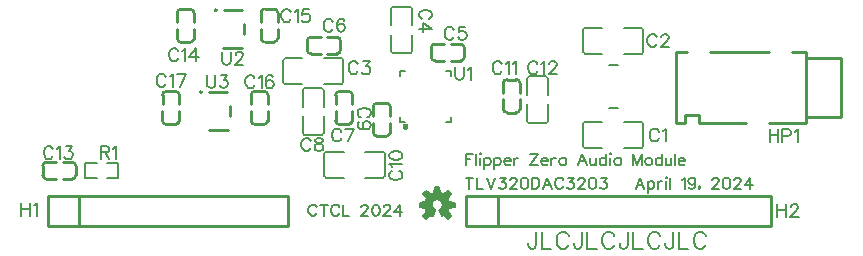
<source format=gto>
G04 Layer: TopSilkscreenLayer*
G04 EasyEDA v6.5.42, 2024-04-19 21:15:47*
G04 b74b0dd8b7a74548b8b14c9367106a0f,9fa9616398974da3a60ce9969dc7753a,10*
G04 Gerber Generator version 0.2*
G04 Scale: 100 percent, Rotated: No, Reflected: No *
G04 Dimensions in millimeters *
G04 leading zeros omitted , absolute positions ,4 integer and 5 decimal *
%FSLAX45Y45*%
%MOMM*%

%ADD10C,0.2032*%
%ADD11C,0.1524*%
%ADD12C,0.1501*%
%ADD13C,0.2540*%
%ADD14C,0.1520*%
%ADD15C,0.2000*%
%ADD16C,0.0141*%

%LPD*%
D10*
X3849877Y870965D02*
G01*
X3849877Y775462D01*
X3849877Y870965D02*
G01*
X3909059Y870965D01*
X3849877Y825500D02*
G01*
X3886454Y825500D01*
X3939031Y870965D02*
G01*
X3939031Y775462D01*
X3969004Y870965D02*
G01*
X3973575Y866394D01*
X3978147Y870965D01*
X3973575Y875537D01*
X3969004Y870965D01*
X3973575Y839215D02*
G01*
X3973575Y775462D01*
X4008120Y839215D02*
G01*
X4008120Y743712D01*
X4008120Y825500D02*
G01*
X4017263Y834644D01*
X4026408Y839215D01*
X4039870Y839215D01*
X4049013Y834644D01*
X4058158Y825500D01*
X4062729Y811784D01*
X4062729Y802639D01*
X4058158Y789178D01*
X4049013Y780034D01*
X4039870Y775462D01*
X4026408Y775462D01*
X4017263Y780034D01*
X4008120Y789178D01*
X4092702Y839215D02*
G01*
X4092702Y743712D01*
X4092702Y825500D02*
G01*
X4101845Y834644D01*
X4110990Y839215D01*
X4124452Y839215D01*
X4133595Y834644D01*
X4142740Y825500D01*
X4147311Y811784D01*
X4147311Y802639D01*
X4142740Y789178D01*
X4133595Y780034D01*
X4124452Y775462D01*
X4110990Y775462D01*
X4101845Y780034D01*
X4092702Y789178D01*
X4177284Y811784D02*
G01*
X4231893Y811784D01*
X4231893Y820928D01*
X4227322Y830071D01*
X4222750Y834644D01*
X4213606Y839215D01*
X4199890Y839215D01*
X4191000Y834644D01*
X4181856Y825500D01*
X4177284Y811784D01*
X4177284Y802639D01*
X4181856Y789178D01*
X4191000Y780034D01*
X4199890Y775462D01*
X4213606Y775462D01*
X4222750Y780034D01*
X4231893Y789178D01*
X4261865Y839215D02*
G01*
X4261865Y775462D01*
X4261865Y811784D02*
G01*
X4266438Y825500D01*
X4275327Y834644D01*
X4284472Y839215D01*
X4298188Y839215D01*
X4461763Y870965D02*
G01*
X4398263Y775462D01*
X4398263Y870965D02*
G01*
X4461763Y870965D01*
X4398263Y775462D02*
G01*
X4461763Y775462D01*
X4491736Y811784D02*
G01*
X4546345Y811784D01*
X4546345Y820928D01*
X4541774Y830071D01*
X4537202Y834644D01*
X4528058Y839215D01*
X4514595Y839215D01*
X4505452Y834644D01*
X4496308Y825500D01*
X4491736Y811784D01*
X4491736Y802639D01*
X4496308Y789178D01*
X4505452Y780034D01*
X4514595Y775462D01*
X4528058Y775462D01*
X4537202Y780034D01*
X4546345Y789178D01*
X4576318Y839215D02*
G01*
X4576318Y775462D01*
X4576318Y811784D02*
G01*
X4580890Y825500D01*
X4590034Y834644D01*
X4599177Y839215D01*
X4612640Y839215D01*
X4665472Y839215D02*
G01*
X4656327Y834644D01*
X4647184Y825500D01*
X4642611Y811784D01*
X4642611Y802639D01*
X4647184Y789178D01*
X4656327Y780034D01*
X4665472Y775462D01*
X4679188Y775462D01*
X4688077Y780034D01*
X4697222Y789178D01*
X4701793Y802639D01*
X4701793Y811784D01*
X4697222Y825500D01*
X4688077Y834644D01*
X4679188Y839215D01*
X4665472Y839215D01*
X4838191Y870965D02*
G01*
X4801870Y775462D01*
X4838191Y870965D02*
G01*
X4874513Y775462D01*
X4815331Y807212D02*
G01*
X4860797Y807212D01*
X4904486Y839215D02*
G01*
X4904486Y793750D01*
X4909058Y780034D01*
X4918202Y775462D01*
X4931918Y775462D01*
X4940808Y780034D01*
X4954524Y793750D01*
X4954524Y839215D02*
G01*
X4954524Y775462D01*
X5039106Y870965D02*
G01*
X5039106Y775462D01*
X5039106Y825500D02*
G01*
X5029961Y834644D01*
X5020818Y839215D01*
X5007356Y839215D01*
X4998211Y834644D01*
X4989068Y825500D01*
X4984495Y811784D01*
X4984495Y802639D01*
X4989068Y789178D01*
X4998211Y780034D01*
X5007356Y775462D01*
X5020818Y775462D01*
X5029961Y780034D01*
X5039106Y789178D01*
X5069077Y870965D02*
G01*
X5073650Y866394D01*
X5078222Y870965D01*
X5073650Y875537D01*
X5069077Y870965D01*
X5073650Y839215D02*
G01*
X5073650Y775462D01*
X5130800Y839215D02*
G01*
X5121909Y834644D01*
X5112765Y825500D01*
X5108193Y811784D01*
X5108193Y802639D01*
X5112765Y789178D01*
X5121909Y780034D01*
X5130800Y775462D01*
X5144515Y775462D01*
X5153659Y780034D01*
X5162804Y789178D01*
X5167375Y802639D01*
X5167375Y811784D01*
X5162804Y825500D01*
X5153659Y834644D01*
X5144515Y839215D01*
X5130800Y839215D01*
X5267197Y870965D02*
G01*
X5267197Y775462D01*
X5267197Y870965D02*
G01*
X5303520Y775462D01*
X5340095Y870965D02*
G01*
X5303520Y775462D01*
X5340095Y870965D02*
G01*
X5340095Y775462D01*
X5392674Y839215D02*
G01*
X5383529Y834644D01*
X5374640Y825500D01*
X5370068Y811784D01*
X5370068Y802639D01*
X5374640Y789178D01*
X5383529Y780034D01*
X5392674Y775462D01*
X5406390Y775462D01*
X5415534Y780034D01*
X5424424Y789178D01*
X5428995Y802639D01*
X5428995Y811784D01*
X5424424Y825500D01*
X5415534Y834644D01*
X5406390Y839215D01*
X5392674Y839215D01*
X5513577Y870965D02*
G01*
X5513577Y775462D01*
X5513577Y825500D02*
G01*
X5504434Y834644D01*
X5495543Y839215D01*
X5481827Y839215D01*
X5472684Y834644D01*
X5463540Y825500D01*
X5458968Y811784D01*
X5458968Y802639D01*
X5463540Y789178D01*
X5472684Y780034D01*
X5481827Y775462D01*
X5495543Y775462D01*
X5504434Y780034D01*
X5513577Y789178D01*
X5543550Y839215D02*
G01*
X5543550Y793750D01*
X5548122Y780034D01*
X5557265Y775462D01*
X5570981Y775462D01*
X5579872Y780034D01*
X5593588Y793750D01*
X5593588Y839215D02*
G01*
X5593588Y775462D01*
X5623559Y870965D02*
G01*
X5623559Y775462D01*
X5653531Y811784D02*
G01*
X5708141Y811784D01*
X5708141Y820928D01*
X5703570Y830071D01*
X5698997Y834644D01*
X5690108Y839215D01*
X5676391Y839215D01*
X5667247Y834644D01*
X5658104Y825500D01*
X5653531Y811784D01*
X5653531Y802639D01*
X5658104Y789178D01*
X5667247Y780034D01*
X5676391Y775462D01*
X5690108Y775462D01*
X5698997Y780034D01*
X5708141Y789178D01*
X3881881Y669289D02*
G01*
X3881881Y573786D01*
X3849877Y669289D02*
G01*
X3913631Y669289D01*
X3943604Y669289D02*
G01*
X3943604Y573786D01*
X3943604Y573786D02*
G01*
X3998213Y573786D01*
X4028186Y669289D02*
G01*
X4064508Y573786D01*
X4100829Y669289D02*
G01*
X4064508Y573786D01*
X4139945Y669289D02*
G01*
X4189984Y669289D01*
X4162806Y632968D01*
X4176268Y632968D01*
X4185411Y628395D01*
X4189984Y623823D01*
X4194556Y610107D01*
X4194556Y601218D01*
X4189984Y587502D01*
X4180840Y578357D01*
X4167377Y573786D01*
X4153661Y573786D01*
X4139945Y578357D01*
X4135374Y582929D01*
X4130802Y592073D01*
X4229100Y646684D02*
G01*
X4229100Y651002D01*
X4233672Y660145D01*
X4238243Y664718D01*
X4247388Y669289D01*
X4265422Y669289D01*
X4274565Y664718D01*
X4279138Y660145D01*
X4283709Y651002D01*
X4283709Y642112D01*
X4279138Y632968D01*
X4269993Y619252D01*
X4224527Y573786D01*
X4288281Y573786D01*
X4345431Y669289D02*
G01*
X4331715Y664718D01*
X4322825Y651002D01*
X4318254Y628395D01*
X4318254Y614679D01*
X4322825Y592073D01*
X4331715Y578357D01*
X4345431Y573786D01*
X4354575Y573786D01*
X4368291Y578357D01*
X4377181Y592073D01*
X4381754Y614679D01*
X4381754Y628395D01*
X4377181Y651002D01*
X4368291Y664718D01*
X4354575Y669289D01*
X4345431Y669289D01*
X4411725Y669289D02*
G01*
X4411725Y573786D01*
X4411725Y669289D02*
G01*
X4443729Y669289D01*
X4457191Y664718D01*
X4466336Y655573D01*
X4470908Y646684D01*
X4475479Y632968D01*
X4475479Y610107D01*
X4470908Y596645D01*
X4466336Y587502D01*
X4457191Y578357D01*
X4443729Y573786D01*
X4411725Y573786D01*
X4541774Y669289D02*
G01*
X4505452Y573786D01*
X4541774Y669289D02*
G01*
X4578095Y573786D01*
X4519168Y605789D02*
G01*
X4564634Y605789D01*
X4676393Y646684D02*
G01*
X4671822Y655573D01*
X4662677Y664718D01*
X4653534Y669289D01*
X4635500Y669289D01*
X4626356Y664718D01*
X4617211Y655573D01*
X4612640Y646684D01*
X4608068Y632968D01*
X4608068Y610107D01*
X4612640Y596645D01*
X4617211Y587502D01*
X4626356Y578357D01*
X4635500Y573786D01*
X4653534Y573786D01*
X4662677Y578357D01*
X4671822Y587502D01*
X4676393Y596645D01*
X4715509Y669289D02*
G01*
X4765547Y669289D01*
X4738115Y632968D01*
X4751831Y632968D01*
X4760975Y628395D01*
X4765547Y623823D01*
X4769865Y610107D01*
X4769865Y601218D01*
X4765547Y587502D01*
X4756404Y578357D01*
X4742688Y573786D01*
X4728972Y573786D01*
X4715509Y578357D01*
X4710938Y582929D01*
X4706365Y592073D01*
X4804409Y646684D02*
G01*
X4804409Y651002D01*
X4808981Y660145D01*
X4813554Y664718D01*
X4822697Y669289D01*
X4840986Y669289D01*
X4849875Y664718D01*
X4854447Y660145D01*
X4859020Y651002D01*
X4859020Y642112D01*
X4854447Y632968D01*
X4845558Y619252D01*
X4800091Y573786D01*
X4863591Y573786D01*
X4920995Y669289D02*
G01*
X4907279Y664718D01*
X4898136Y651002D01*
X4893563Y628395D01*
X4893563Y614679D01*
X4898136Y592073D01*
X4907279Y578357D01*
X4920995Y573786D01*
X4929886Y573786D01*
X4943602Y578357D01*
X4952745Y592073D01*
X4957318Y614679D01*
X4957318Y628395D01*
X4952745Y651002D01*
X4943602Y664718D01*
X4929886Y669289D01*
X4920995Y669289D01*
X4996434Y669289D02*
G01*
X5046472Y669289D01*
X5019040Y632968D01*
X5032756Y632968D01*
X5041900Y628395D01*
X5046472Y623823D01*
X5050790Y610107D01*
X5050790Y601218D01*
X5046472Y587502D01*
X5037327Y578357D01*
X5023611Y573786D01*
X5009895Y573786D01*
X4996434Y578357D01*
X4991861Y582929D01*
X4987290Y592073D01*
X5327141Y669289D02*
G01*
X5290820Y573786D01*
X5327141Y669289D02*
G01*
X5363718Y573786D01*
X5304536Y605789D02*
G01*
X5350002Y605789D01*
X5393690Y637539D02*
G01*
X5393690Y542036D01*
X5393690Y623823D02*
G01*
X5402834Y632968D01*
X5411724Y637539D01*
X5425440Y637539D01*
X5434584Y632968D01*
X5443727Y623823D01*
X5448045Y610107D01*
X5448045Y601218D01*
X5443727Y587502D01*
X5434584Y578357D01*
X5425440Y573786D01*
X5411724Y573786D01*
X5402834Y578357D01*
X5393690Y587502D01*
X5478272Y637539D02*
G01*
X5478272Y573786D01*
X5478272Y610107D02*
G01*
X5482590Y623823D01*
X5491734Y632968D01*
X5500877Y637539D01*
X5514593Y637539D01*
X5544565Y669289D02*
G01*
X5549138Y664718D01*
X5553709Y669289D01*
X5549138Y673862D01*
X5544565Y669289D01*
X5549138Y637539D02*
G01*
X5549138Y573786D01*
X5583681Y669289D02*
G01*
X5583681Y573786D01*
X5683504Y651002D02*
G01*
X5692647Y655573D01*
X5706363Y669289D01*
X5706363Y573786D01*
X5795518Y637539D02*
G01*
X5790945Y623823D01*
X5781802Y614679D01*
X5768086Y610107D01*
X5763513Y610107D01*
X5750052Y614679D01*
X5740908Y623823D01*
X5736336Y637539D01*
X5736336Y642112D01*
X5740908Y655573D01*
X5750052Y664718D01*
X5763513Y669289D01*
X5768086Y669289D01*
X5781802Y664718D01*
X5790945Y655573D01*
X5795518Y637539D01*
X5795518Y614679D01*
X5790945Y592073D01*
X5781802Y578357D01*
X5768086Y573786D01*
X5759195Y573786D01*
X5745479Y578357D01*
X5740908Y587502D01*
X5834634Y592073D02*
G01*
X5830061Y587502D01*
X5825490Y592073D01*
X5830061Y596645D01*
X5834634Y592073D01*
X5834634Y582929D01*
X5825490Y573786D01*
X5939027Y646684D02*
G01*
X5939027Y651002D01*
X5943600Y660145D01*
X5948172Y664718D01*
X5957315Y669289D01*
X5975350Y669289D01*
X5984493Y664718D01*
X5989065Y660145D01*
X5993638Y651002D01*
X5993638Y642112D01*
X5989065Y632968D01*
X5979922Y619252D01*
X5934456Y573786D01*
X5998209Y573786D01*
X6055359Y669289D02*
G01*
X6041897Y664718D01*
X6032754Y651002D01*
X6028181Y628395D01*
X6028181Y614679D01*
X6032754Y592073D01*
X6041897Y578357D01*
X6055359Y573786D01*
X6064504Y573786D01*
X6078220Y578357D01*
X6087363Y592073D01*
X6091681Y614679D01*
X6091681Y628395D01*
X6087363Y651002D01*
X6078220Y664718D01*
X6064504Y669289D01*
X6055359Y669289D01*
X6126225Y646684D02*
G01*
X6126225Y651002D01*
X6130797Y660145D01*
X6135370Y664718D01*
X6144513Y669289D01*
X6162802Y669289D01*
X6171691Y664718D01*
X6176263Y660145D01*
X6180836Y651002D01*
X6180836Y642112D01*
X6176263Y632968D01*
X6167374Y619252D01*
X6121908Y573786D01*
X6185408Y573786D01*
X6260845Y669289D02*
G01*
X6215379Y605789D01*
X6283706Y605789D01*
X6260845Y669289D02*
G01*
X6260845Y573786D01*
X2588229Y418216D02*
G01*
X2583657Y427360D01*
X2574513Y436250D01*
X2565369Y440822D01*
X2547335Y440822D01*
X2538191Y436250D01*
X2529047Y427360D01*
X2524475Y418216D01*
X2519903Y404500D01*
X2519903Y381894D01*
X2524475Y368178D01*
X2529047Y359034D01*
X2538191Y349890D01*
X2547335Y345572D01*
X2565369Y345572D01*
X2574513Y349890D01*
X2583657Y359034D01*
X2588229Y368178D01*
X2649951Y440822D02*
G01*
X2649951Y345572D01*
X2618201Y440822D02*
G01*
X2681701Y440822D01*
X2779999Y418216D02*
G01*
X2775427Y427360D01*
X2766283Y436250D01*
X2757393Y440822D01*
X2739105Y440822D01*
X2729961Y436250D01*
X2720817Y427360D01*
X2716245Y418216D01*
X2711927Y404500D01*
X2711927Y381894D01*
X2716245Y368178D01*
X2720817Y359034D01*
X2729961Y349890D01*
X2739105Y345572D01*
X2757393Y345572D01*
X2766283Y349890D01*
X2775427Y359034D01*
X2779999Y368178D01*
X2809971Y440822D02*
G01*
X2809971Y345572D01*
X2809971Y345572D02*
G01*
X2864581Y345572D01*
X2968975Y418216D02*
G01*
X2968975Y422788D01*
X2973547Y431932D01*
X2978119Y436250D01*
X2987263Y440822D01*
X3005551Y440822D01*
X3014441Y436250D01*
X3019013Y431932D01*
X3023585Y422788D01*
X3023585Y413644D01*
X3019013Y404500D01*
X3009869Y390784D01*
X2964657Y345572D01*
X3028157Y345572D01*
X3085561Y440822D02*
G01*
X3071845Y436250D01*
X3062701Y422788D01*
X3058129Y399928D01*
X3058129Y386466D01*
X3062701Y363606D01*
X3071845Y349890D01*
X3085561Y345572D01*
X3094451Y345572D01*
X3108167Y349890D01*
X3117311Y363606D01*
X3121883Y386466D01*
X3121883Y399928D01*
X3117311Y422788D01*
X3108167Y436250D01*
X3094451Y440822D01*
X3085561Y440822D01*
X3156427Y418216D02*
G01*
X3156427Y422788D01*
X3160999Y431932D01*
X3165571Y436250D01*
X3174461Y440822D01*
X3192749Y440822D01*
X3201893Y436250D01*
X3206465Y431932D01*
X3210783Y422788D01*
X3210783Y413644D01*
X3206465Y404500D01*
X3197321Y390784D01*
X3151855Y345572D01*
X3215355Y345572D01*
X3290793Y440822D02*
G01*
X3245327Y377322D01*
X3313653Y377322D01*
X3290793Y440822D02*
G01*
X3290793Y345572D01*
X4448096Y211488D02*
G01*
X4448096Y102268D01*
X4441238Y81694D01*
X4434634Y75090D01*
X4420918Y68232D01*
X4407202Y68232D01*
X4393740Y75090D01*
X4386882Y81694D01*
X4380024Y102268D01*
X4380024Y115984D01*
X4493054Y211488D02*
G01*
X4493054Y68232D01*
X4493054Y68232D02*
G01*
X4575096Y68232D01*
X4722162Y177198D02*
G01*
X4715558Y190914D01*
X4701842Y204630D01*
X4688126Y211488D01*
X4660948Y211488D01*
X4647232Y204630D01*
X4633516Y190914D01*
X4626912Y177198D01*
X4620054Y156878D01*
X4620054Y122842D01*
X4626912Y102268D01*
X4633516Y88552D01*
X4647232Y75090D01*
X4660948Y68232D01*
X4688126Y68232D01*
X4701842Y75090D01*
X4715558Y88552D01*
X4722162Y102268D01*
X4835446Y211488D02*
G01*
X4835446Y102268D01*
X4828588Y81694D01*
X4821730Y75090D01*
X4808268Y68232D01*
X4794552Y68232D01*
X4780836Y75090D01*
X4773978Y81694D01*
X4767374Y102268D01*
X4767374Y115984D01*
X4880404Y211488D02*
G01*
X4880404Y68232D01*
X4880404Y68232D02*
G01*
X4962192Y68232D01*
X5109512Y177198D02*
G01*
X5102654Y190914D01*
X5089192Y204630D01*
X5075476Y211488D01*
X5048298Y211488D01*
X5034582Y204630D01*
X5020866Y190914D01*
X5014008Y177198D01*
X5007150Y156878D01*
X5007150Y122842D01*
X5014008Y102268D01*
X5020866Y88552D01*
X5034582Y75090D01*
X5048298Y68232D01*
X5075476Y68232D01*
X5089192Y75090D01*
X5102654Y88552D01*
X5109512Y102268D01*
X5222796Y211488D02*
G01*
X5222796Y102268D01*
X5215938Y81694D01*
X5209080Y75090D01*
X5195364Y68232D01*
X5181902Y68232D01*
X5168186Y75090D01*
X5161328Y81694D01*
X5154470Y102268D01*
X5154470Y115984D01*
X5267754Y211488D02*
G01*
X5267754Y68232D01*
X5267754Y68232D02*
G01*
X5349542Y68232D01*
X5496862Y177198D02*
G01*
X5490004Y190914D01*
X5476288Y204630D01*
X5462826Y211488D01*
X5435394Y211488D01*
X5421932Y204630D01*
X5408216Y190914D01*
X5401358Y177198D01*
X5394500Y156878D01*
X5394500Y122842D01*
X5401358Y102268D01*
X5408216Y88552D01*
X5421932Y75090D01*
X5435394Y68232D01*
X5462826Y68232D01*
X5476288Y75090D01*
X5490004Y88552D01*
X5496862Y102268D01*
X5609892Y211488D02*
G01*
X5609892Y102268D01*
X5603288Y81694D01*
X5596430Y75090D01*
X5582714Y68232D01*
X5568998Y68232D01*
X5555536Y75090D01*
X5548678Y81694D01*
X5541820Y102268D01*
X5541820Y115984D01*
X5655104Y211488D02*
G01*
X5655104Y68232D01*
X5655104Y68232D02*
G01*
X5736892Y68232D01*
X5883958Y177198D02*
G01*
X5877354Y190914D01*
X5863638Y204630D01*
X5849922Y211488D01*
X5822744Y211488D01*
X5809028Y204630D01*
X5795566Y190914D01*
X5788708Y177198D01*
X5781850Y156878D01*
X5781850Y122842D01*
X5788708Y102268D01*
X5795566Y88552D01*
X5809028Y75090D01*
X5822744Y68232D01*
X5849922Y68232D01*
X5863638Y75090D01*
X5877354Y88552D01*
X5883958Y102268D01*
D11*
X5487967Y1059406D02*
G01*
X5482633Y1069820D01*
X5472219Y1080234D01*
X5462059Y1085314D01*
X5441231Y1085314D01*
X5430817Y1080234D01*
X5420403Y1069820D01*
X5415069Y1059406D01*
X5409989Y1043658D01*
X5409989Y1017750D01*
X5415069Y1002256D01*
X5420403Y991842D01*
X5430817Y981428D01*
X5441231Y976348D01*
X5462059Y976348D01*
X5472219Y981428D01*
X5482633Y991842D01*
X5487967Y1002256D01*
X5522257Y1064486D02*
G01*
X5532671Y1069820D01*
X5548165Y1085314D01*
X5548165Y976348D01*
X5467967Y1859404D02*
G01*
X5462633Y1869818D01*
X5452219Y1880232D01*
X5442059Y1885312D01*
X5421231Y1885312D01*
X5410817Y1880232D01*
X5400403Y1869818D01*
X5395069Y1859404D01*
X5389989Y1843656D01*
X5389989Y1817748D01*
X5395069Y1802254D01*
X5400403Y1791840D01*
X5410817Y1781426D01*
X5421231Y1776346D01*
X5442059Y1776346D01*
X5452219Y1781426D01*
X5462633Y1791840D01*
X5467967Y1802254D01*
X5507337Y1859404D02*
G01*
X5507337Y1864484D01*
X5512671Y1874898D01*
X5517751Y1880232D01*
X5528165Y1885312D01*
X5548993Y1885312D01*
X5559407Y1880232D01*
X5564487Y1874898D01*
X5569821Y1864484D01*
X5569821Y1854070D01*
X5564487Y1843656D01*
X5554073Y1828162D01*
X5502257Y1776346D01*
X5574901Y1776346D01*
X2937972Y1629404D02*
G01*
X2932638Y1639818D01*
X2922224Y1650232D01*
X2912064Y1655312D01*
X2891236Y1655312D01*
X2880822Y1650232D01*
X2870408Y1639818D01*
X2865074Y1629404D01*
X2859994Y1613656D01*
X2859994Y1587748D01*
X2865074Y1572254D01*
X2870408Y1561840D01*
X2880822Y1551426D01*
X2891236Y1546346D01*
X2912064Y1546346D01*
X2922224Y1551426D01*
X2932638Y1561840D01*
X2937972Y1572254D01*
X2982676Y1655312D02*
G01*
X3039826Y1655312D01*
X3008584Y1613656D01*
X3024078Y1613656D01*
X3034492Y1608576D01*
X3039826Y1603496D01*
X3044906Y1587748D01*
X3044906Y1577334D01*
X3039826Y1561840D01*
X3029412Y1551426D01*
X3013664Y1546346D01*
X2998170Y1546346D01*
X2982676Y1551426D01*
X2977342Y1556506D01*
X2972262Y1566920D01*
X3230585Y727976D02*
G01*
X3220171Y722642D01*
X3209757Y712228D01*
X3204677Y702068D01*
X3204677Y681240D01*
X3209757Y670826D01*
X3220171Y660412D01*
X3230585Y655078D01*
X3246333Y649998D01*
X3272241Y649998D01*
X3287735Y655078D01*
X3298149Y660412D01*
X3308563Y670826D01*
X3313643Y681240D01*
X3313643Y702068D01*
X3308563Y712228D01*
X3298149Y722642D01*
X3287735Y727976D01*
X3225505Y762266D02*
G01*
X3220171Y772680D01*
X3204677Y788174D01*
X3313643Y788174D01*
X3204677Y853706D02*
G01*
X3209757Y837958D01*
X3225505Y827798D01*
X3251413Y822464D01*
X3266907Y822464D01*
X3293069Y827798D01*
X3308563Y837958D01*
X3313643Y853706D01*
X3313643Y864120D01*
X3308563Y879614D01*
X3293069Y890028D01*
X3266907Y895108D01*
X3251413Y895108D01*
X3225505Y890028D01*
X3209757Y879614D01*
X3204677Y864120D01*
X3204677Y853706D01*
X3539401Y2012017D02*
G01*
X3549815Y2017351D01*
X3560229Y2027765D01*
X3565309Y2037925D01*
X3565309Y2058753D01*
X3560229Y2069167D01*
X3549815Y2079581D01*
X3539401Y2084915D01*
X3523653Y2089995D01*
X3497745Y2089995D01*
X3482251Y2084915D01*
X3471837Y2079581D01*
X3461423Y2069167D01*
X3456343Y2058753D01*
X3456343Y2037925D01*
X3461423Y2027765D01*
X3471837Y2017351D01*
X3482251Y2012017D01*
X3565309Y1925911D02*
G01*
X3492665Y1977727D01*
X3492665Y1899749D01*
X3565309Y1925911D02*
G01*
X3456343Y1925911D01*
X2537973Y979406D02*
G01*
X2532639Y989820D01*
X2522225Y1000234D01*
X2512065Y1005314D01*
X2491237Y1005314D01*
X2480823Y1000234D01*
X2470409Y989820D01*
X2465075Y979406D01*
X2459995Y963658D01*
X2459995Y937750D01*
X2465075Y922256D01*
X2470409Y911842D01*
X2480823Y901428D01*
X2491237Y896348D01*
X2512065Y896348D01*
X2522225Y901428D01*
X2532639Y911842D01*
X2537973Y922256D01*
X2598171Y1005314D02*
G01*
X2582677Y1000234D01*
X2577343Y989820D01*
X2577343Y979406D01*
X2582677Y968992D01*
X2593091Y963658D01*
X2613665Y958578D01*
X2629413Y953498D01*
X2639827Y943084D01*
X2644907Y932670D01*
X2644907Y916922D01*
X2639827Y906508D01*
X2634493Y901428D01*
X2618999Y896348D01*
X2598171Y896348D01*
X2582677Y901428D01*
X2577343Y906508D01*
X2572263Y916922D01*
X2572263Y932670D01*
X2577343Y943084D01*
X2587757Y953498D01*
X2603505Y958578D01*
X2624079Y963658D01*
X2634493Y968992D01*
X2639827Y979406D01*
X2639827Y989820D01*
X2634493Y1000234D01*
X2618999Y1005314D01*
X2598171Y1005314D01*
X4457969Y1629404D02*
G01*
X4452635Y1639818D01*
X4442221Y1650232D01*
X4432061Y1655312D01*
X4411233Y1655312D01*
X4400819Y1650232D01*
X4390405Y1639818D01*
X4385071Y1629404D01*
X4379991Y1613656D01*
X4379991Y1587748D01*
X4385071Y1572254D01*
X4390405Y1561840D01*
X4400819Y1551426D01*
X4411233Y1546346D01*
X4432061Y1546346D01*
X4442221Y1551426D01*
X4452635Y1561840D01*
X4457969Y1572254D01*
X4492259Y1634484D02*
G01*
X4502673Y1639818D01*
X4518167Y1655312D01*
X4518167Y1546346D01*
X4557791Y1629404D02*
G01*
X4557791Y1634484D01*
X4562871Y1644898D01*
X4567951Y1650232D01*
X4578365Y1655312D01*
X4599193Y1655312D01*
X4609607Y1650232D01*
X4614941Y1644898D01*
X4620021Y1634484D01*
X4620021Y1624070D01*
X4614941Y1613656D01*
X4604527Y1598162D01*
X4552457Y1546346D01*
X4625101Y1546346D01*
X3752570Y1921004D02*
G01*
X3747236Y1931418D01*
X3736822Y1941832D01*
X3726662Y1946912D01*
X3705834Y1946912D01*
X3695420Y1941832D01*
X3685006Y1931418D01*
X3679672Y1921004D01*
X3674592Y1905256D01*
X3674592Y1879348D01*
X3679672Y1863854D01*
X3685006Y1853440D01*
X3695420Y1843026D01*
X3705834Y1837946D01*
X3726662Y1837946D01*
X3736822Y1843026D01*
X3747236Y1853440D01*
X3752570Y1863854D01*
X3849090Y1946912D02*
G01*
X3797274Y1946912D01*
X3791940Y1900176D01*
X3797274Y1905256D01*
X3812768Y1910590D01*
X3828262Y1910590D01*
X3844010Y1905256D01*
X3854424Y1895096D01*
X3859504Y1879348D01*
X3859504Y1868934D01*
X3854424Y1853440D01*
X3844010Y1843026D01*
X3828262Y1837946D01*
X3812768Y1837946D01*
X3797274Y1843026D01*
X3791940Y1848106D01*
X3786860Y1858520D01*
X2727972Y1989404D02*
G01*
X2722638Y1999818D01*
X2712224Y2010232D01*
X2702064Y2015312D01*
X2681236Y2015312D01*
X2670822Y2010232D01*
X2660408Y1999818D01*
X2655074Y1989404D01*
X2649994Y1973656D01*
X2649994Y1947748D01*
X2655074Y1932254D01*
X2660408Y1921840D01*
X2670822Y1911426D01*
X2681236Y1906346D01*
X2702064Y1906346D01*
X2712224Y1911426D01*
X2722638Y1921840D01*
X2727972Y1932254D01*
X2824492Y1999818D02*
G01*
X2819412Y2010232D01*
X2803664Y2015312D01*
X2793504Y2015312D01*
X2777756Y2010232D01*
X2767342Y1994484D01*
X2762262Y1968576D01*
X2762262Y1942668D01*
X2767342Y1921840D01*
X2777756Y1911426D01*
X2793504Y1906346D01*
X2798584Y1906346D01*
X2814078Y1911426D01*
X2824492Y1921840D01*
X2829826Y1937334D01*
X2829826Y1942668D01*
X2824492Y1958162D01*
X2814078Y1968576D01*
X2798584Y1973656D01*
X2793504Y1973656D01*
X2777756Y1968576D01*
X2767342Y1958162D01*
X2762262Y1942668D01*
X2797972Y1059406D02*
G01*
X2792638Y1069820D01*
X2782224Y1080234D01*
X2772064Y1085314D01*
X2751236Y1085314D01*
X2740822Y1080234D01*
X2730408Y1069820D01*
X2725074Y1059406D01*
X2719994Y1043658D01*
X2719994Y1017750D01*
X2725074Y1002256D01*
X2730408Y991842D01*
X2740822Y981428D01*
X2751236Y976348D01*
X2772064Y976348D01*
X2782224Y981428D01*
X2792638Y991842D01*
X2797972Y1002256D01*
X2904906Y1085314D02*
G01*
X2853090Y976348D01*
X2832262Y1085314D02*
G01*
X2904906Y1085314D01*
X3019402Y1182019D02*
G01*
X3029816Y1187353D01*
X3040230Y1197767D01*
X3045310Y1207927D01*
X3045310Y1228755D01*
X3040230Y1239169D01*
X3029816Y1249583D01*
X3019402Y1254917D01*
X3003654Y1259997D01*
X2977746Y1259997D01*
X2962252Y1254917D01*
X2951838Y1249583D01*
X2941424Y1239169D01*
X2936344Y1228755D01*
X2936344Y1207927D01*
X2941424Y1197767D01*
X2951838Y1187353D01*
X2962252Y1182019D01*
X3008988Y1080165D02*
G01*
X2993494Y1085499D01*
X2983080Y1095913D01*
X2977746Y1111407D01*
X2977746Y1116487D01*
X2983080Y1132235D01*
X2993494Y1142649D01*
X3008988Y1147729D01*
X3014068Y1147729D01*
X3029816Y1142649D01*
X3040230Y1132235D01*
X3045310Y1116487D01*
X3045310Y1111407D01*
X3040230Y1095913D01*
X3029816Y1085499D01*
X3008988Y1080165D01*
X2983080Y1080165D01*
X2956918Y1085499D01*
X2941424Y1095913D01*
X2936344Y1111407D01*
X2936344Y1121821D01*
X2941424Y1137315D01*
X2951838Y1142649D01*
X4157969Y1629404D02*
G01*
X4152635Y1639818D01*
X4142221Y1650232D01*
X4132061Y1655312D01*
X4111233Y1655312D01*
X4100819Y1650232D01*
X4090405Y1639818D01*
X4085071Y1629404D01*
X4079991Y1613656D01*
X4079991Y1587748D01*
X4085071Y1572254D01*
X4090405Y1561840D01*
X4100819Y1551426D01*
X4111233Y1546346D01*
X4132061Y1546346D01*
X4142221Y1551426D01*
X4152635Y1561840D01*
X4157969Y1572254D01*
X4192259Y1634484D02*
G01*
X4202673Y1639818D01*
X4218167Y1655312D01*
X4218167Y1546346D01*
X4252457Y1634484D02*
G01*
X4262871Y1639818D01*
X4278365Y1655312D01*
X4278365Y1546346D01*
X357977Y909406D02*
G01*
X352643Y919820D01*
X342229Y930234D01*
X332069Y935314D01*
X311241Y935314D01*
X300827Y930234D01*
X290413Y919820D01*
X285079Y909406D01*
X279999Y893658D01*
X279999Y867750D01*
X285079Y852256D01*
X290413Y841842D01*
X300827Y831428D01*
X311241Y826348D01*
X332069Y826348D01*
X342229Y831428D01*
X352643Y841842D01*
X357977Y852256D01*
X392267Y914486D02*
G01*
X402681Y919820D01*
X418175Y935314D01*
X418175Y826348D01*
X462879Y935314D02*
G01*
X520029Y935314D01*
X488787Y893658D01*
X504535Y893658D01*
X514949Y888578D01*
X520029Y883498D01*
X525109Y867750D01*
X525109Y857336D01*
X520029Y841842D01*
X509615Y831428D01*
X494121Y826348D01*
X478373Y826348D01*
X462879Y831428D01*
X457799Y836508D01*
X452465Y846922D01*
X1417967Y1739394D02*
G01*
X1412633Y1749808D01*
X1402219Y1760222D01*
X1392059Y1765302D01*
X1371231Y1765302D01*
X1360817Y1760222D01*
X1350403Y1749808D01*
X1345069Y1739394D01*
X1339989Y1723646D01*
X1339989Y1697738D01*
X1345069Y1682244D01*
X1350403Y1671830D01*
X1360817Y1661416D01*
X1371231Y1656336D01*
X1392059Y1656336D01*
X1402219Y1661416D01*
X1412633Y1671830D01*
X1417967Y1682244D01*
X1452257Y1744474D02*
G01*
X1462671Y1749808D01*
X1478165Y1765302D01*
X1478165Y1656336D01*
X1564525Y1765302D02*
G01*
X1512455Y1692658D01*
X1590433Y1692658D01*
X1564525Y1765302D02*
G01*
X1564525Y1656336D01*
X2367973Y2069404D02*
G01*
X2362639Y2079818D01*
X2352225Y2090232D01*
X2342065Y2095312D01*
X2321237Y2095312D01*
X2310823Y2090232D01*
X2300409Y2079818D01*
X2295075Y2069404D01*
X2289995Y2053656D01*
X2289995Y2027748D01*
X2295075Y2012254D01*
X2300409Y2001840D01*
X2310823Y1991426D01*
X2321237Y1986346D01*
X2342065Y1986346D01*
X2352225Y1991426D01*
X2362639Y2001840D01*
X2367973Y2012254D01*
X2402263Y2074484D02*
G01*
X2412677Y2079818D01*
X2428171Y2095312D01*
X2428171Y1986346D01*
X2524945Y2095312D02*
G01*
X2472875Y2095312D01*
X2467795Y2048576D01*
X2472875Y2053656D01*
X2488369Y2058990D01*
X2504117Y2058990D01*
X2519611Y2053656D01*
X2530025Y2043496D01*
X2535105Y2027748D01*
X2535105Y2017334D01*
X2530025Y2001840D01*
X2519611Y1991426D01*
X2504117Y1986346D01*
X2488369Y1986346D01*
X2472875Y1991426D01*
X2467795Y1996506D01*
X2462461Y2006920D01*
X2062975Y1509405D02*
G01*
X2057641Y1519819D01*
X2047227Y1530233D01*
X2037067Y1535313D01*
X2016239Y1535313D01*
X2005825Y1530233D01*
X1995411Y1519819D01*
X1990077Y1509405D01*
X1984997Y1493657D01*
X1984997Y1467749D01*
X1990077Y1452255D01*
X1995411Y1441841D01*
X2005825Y1431427D01*
X2016239Y1426347D01*
X2037067Y1426347D01*
X2047227Y1431427D01*
X2057641Y1441841D01*
X2062975Y1452255D01*
X2097265Y1514485D02*
G01*
X2107679Y1519819D01*
X2123173Y1535313D01*
X2123173Y1426347D01*
X2219947Y1519819D02*
G01*
X2214613Y1530233D01*
X2199119Y1535313D01*
X2188705Y1535313D01*
X2172957Y1530233D01*
X2162797Y1514485D01*
X2157463Y1488577D01*
X2157463Y1462669D01*
X2162797Y1441841D01*
X2172957Y1431427D01*
X2188705Y1426347D01*
X2193785Y1426347D01*
X2209533Y1431427D01*
X2219947Y1441841D01*
X2225027Y1457335D01*
X2225027Y1462669D01*
X2219947Y1478163D01*
X2209533Y1488577D01*
X2193785Y1493657D01*
X2188705Y1493657D01*
X2172957Y1488577D01*
X2162797Y1478163D01*
X2157463Y1462669D01*
X1312994Y1523121D02*
G01*
X1307660Y1533535D01*
X1297246Y1543949D01*
X1287086Y1549029D01*
X1266258Y1549029D01*
X1255844Y1543949D01*
X1245430Y1533535D01*
X1240096Y1523121D01*
X1235016Y1507373D01*
X1235016Y1481465D01*
X1240096Y1465971D01*
X1245430Y1455557D01*
X1255844Y1445143D01*
X1266258Y1440063D01*
X1287086Y1440063D01*
X1297246Y1445143D01*
X1307660Y1455557D01*
X1312994Y1465971D01*
X1347284Y1528201D02*
G01*
X1357698Y1533535D01*
X1373192Y1549029D01*
X1373192Y1440063D01*
X1480126Y1549029D02*
G01*
X1428310Y1440063D01*
X1407482Y1549029D02*
G01*
X1480126Y1549029D01*
X89999Y455315D02*
G01*
X89999Y346349D01*
X162643Y455315D02*
G01*
X162643Y346349D01*
X89999Y403499D02*
G01*
X162643Y403499D01*
X196933Y434487D02*
G01*
X207347Y439821D01*
X223095Y455315D01*
X223095Y346349D01*
X6489987Y445315D02*
G01*
X6489987Y336349D01*
X6562631Y445315D02*
G01*
X6562631Y336349D01*
X6489987Y393499D02*
G01*
X6562631Y393499D01*
X6602255Y419407D02*
G01*
X6602255Y424487D01*
X6607335Y434901D01*
X6612669Y440235D01*
X6623083Y445315D01*
X6643657Y445315D01*
X6654071Y440235D01*
X6659405Y434901D01*
X6664485Y424487D01*
X6664485Y414073D01*
X6659405Y403659D01*
X6648991Y388165D01*
X6596921Y336349D01*
X6669819Y336349D01*
X6424195Y1079472D02*
G01*
X6424195Y970506D01*
X6496839Y1079472D02*
G01*
X6496839Y970506D01*
X6424195Y1027656D02*
G01*
X6496839Y1027656D01*
X6531129Y1079472D02*
G01*
X6531129Y970506D01*
X6531129Y1079472D02*
G01*
X6577865Y1079472D01*
X6593613Y1074392D01*
X6598693Y1069058D01*
X6604027Y1058644D01*
X6604027Y1043150D01*
X6598693Y1032736D01*
X6593613Y1027656D01*
X6577865Y1022322D01*
X6531129Y1022322D01*
X6638317Y1058644D02*
G01*
X6648731Y1063978D01*
X6664225Y1079472D01*
X6664225Y970506D01*
X759998Y935314D02*
G01*
X759998Y826348D01*
X759998Y935314D02*
G01*
X806734Y935314D01*
X822228Y930234D01*
X827562Y924900D01*
X832642Y914486D01*
X832642Y904072D01*
X827562Y893658D01*
X822228Y888578D01*
X806734Y883498D01*
X759998Y883498D01*
X796320Y883498D02*
G01*
X832642Y826348D01*
X866932Y914486D02*
G01*
X877346Y919820D01*
X893094Y935314D01*
X893094Y826348D01*
X3759992Y1605313D02*
G01*
X3759992Y1527335D01*
X3765072Y1511841D01*
X3775486Y1501427D01*
X3791234Y1496347D01*
X3801648Y1496347D01*
X3817142Y1501427D01*
X3827556Y1511841D01*
X3832636Y1527335D01*
X3832636Y1605313D01*
X3866926Y1584485D02*
G01*
X3877340Y1589819D01*
X3893088Y1605313D01*
X3893088Y1496347D01*
X1789996Y1735312D02*
G01*
X1789996Y1657334D01*
X1795076Y1641840D01*
X1805490Y1631426D01*
X1821238Y1626346D01*
X1831652Y1626346D01*
X1847146Y1631426D01*
X1857560Y1641840D01*
X1862640Y1657334D01*
X1862640Y1735312D01*
X1902264Y1709404D02*
G01*
X1902264Y1714484D01*
X1907344Y1724898D01*
X1912678Y1730232D01*
X1923092Y1735312D01*
X1943666Y1735312D01*
X1954080Y1730232D01*
X1959414Y1724898D01*
X1964494Y1714484D01*
X1964494Y1704070D01*
X1959414Y1693656D01*
X1949000Y1678162D01*
X1896930Y1626346D01*
X1969828Y1626346D01*
X1659869Y1541713D02*
G01*
X1659869Y1463735D01*
X1664949Y1448241D01*
X1675363Y1437827D01*
X1691111Y1432747D01*
X1701525Y1432747D01*
X1717019Y1437827D01*
X1727433Y1448241D01*
X1732513Y1463735D01*
X1732513Y1541713D01*
X1777217Y1541713D02*
G01*
X1834367Y1541713D01*
X1803379Y1500057D01*
X1818873Y1500057D01*
X1829287Y1494977D01*
X1834367Y1489897D01*
X1839701Y1474149D01*
X1839701Y1463735D01*
X1834367Y1448241D01*
X1823953Y1437827D01*
X1808459Y1432747D01*
X1792965Y1432747D01*
X1777217Y1437827D01*
X1772137Y1442907D01*
X1766803Y1453321D01*
G36*
X3591712Y588873D02*
G01*
X3586784Y540461D01*
X3575862Y537311D01*
X3565296Y532942D01*
X3555339Y527456D01*
X3517646Y558190D01*
X3491788Y532333D01*
X3522522Y494639D01*
X3517036Y484682D01*
X3512667Y474116D01*
X3509518Y463194D01*
X3461105Y458266D01*
X3461105Y421690D01*
X3509518Y416814D01*
X3512667Y405841D01*
X3517036Y395325D01*
X3522522Y385318D01*
X3491788Y347624D01*
X3517646Y321767D01*
X3555339Y352552D01*
X3562756Y348284D01*
X3570528Y344728D01*
X3592068Y396697D01*
X3587089Y399084D01*
X3582415Y402082D01*
X3578148Y405587D01*
X3574338Y409549D01*
X3570986Y413969D01*
X3568192Y418693D01*
X3566007Y423773D01*
X3564382Y429056D01*
X3563416Y434492D01*
X3563112Y439978D01*
X3563467Y445770D01*
X3564534Y451459D01*
X3566312Y456946D01*
X3568700Y462178D01*
X3571748Y467106D01*
X3575405Y471627D01*
X3579520Y475640D01*
X3584143Y479094D01*
X3589172Y481990D01*
X3594506Y484225D01*
X3600043Y485800D01*
X3605784Y486664D01*
X3611575Y486816D01*
X3617315Y486257D01*
X3622954Y485038D01*
X3628390Y483057D01*
X3633571Y480466D01*
X3638397Y477266D01*
X3642766Y473506D01*
X3646627Y469188D01*
X3649929Y464464D01*
X3652672Y459384D01*
X3654704Y453948D01*
X3656076Y448360D01*
X3656787Y442620D01*
X3656736Y436829D01*
X3656025Y431088D01*
X3654551Y425500D01*
X3652418Y420116D01*
X3649675Y415035D01*
X3646322Y410362D01*
X3642360Y406095D01*
X3637940Y402386D01*
X3633114Y399237D01*
X3627932Y396697D01*
X3649472Y344728D01*
X3657193Y348284D01*
X3664661Y352552D01*
X3702354Y321767D01*
X3728212Y347624D01*
X3697427Y385318D01*
X3702964Y395325D01*
X3707282Y405841D01*
X3710482Y416814D01*
X3758844Y421690D01*
X3758844Y458266D01*
X3710482Y463194D01*
X3707282Y474116D01*
X3702964Y484682D01*
X3697427Y494639D01*
X3728212Y532333D01*
X3702354Y558190D01*
X3664661Y527456D01*
X3654653Y532942D01*
X3644137Y537311D01*
X3633165Y540461D01*
X3628288Y588873D01*
G37*
G36*
X3340709Y1127353D02*
G01*
X3336188Y1126744D01*
X3331870Y1125321D01*
X3327857Y1123188D01*
X3324301Y1120343D01*
X3321304Y1116888D01*
X3319018Y1112977D01*
X3317392Y1108760D01*
X3316579Y1104239D01*
X3316579Y1099718D01*
X3317392Y1095248D01*
X3319018Y1090980D01*
X3321304Y1087069D01*
X3324301Y1083665D01*
X3327857Y1080820D01*
X3331870Y1078636D01*
X3336188Y1077264D01*
X3338423Y1076807D01*
X3342944Y1076604D01*
X3347465Y1077214D01*
X3351784Y1078585D01*
X3355797Y1080770D01*
X3359353Y1083564D01*
X3362401Y1086967D01*
X3364737Y1090879D01*
X3366363Y1095146D01*
X3367176Y1099616D01*
X3367278Y1102106D01*
X3366871Y1106627D01*
X3365652Y1111046D01*
X3363620Y1115110D01*
X3362401Y1116990D01*
X3359353Y1120394D01*
X3357676Y1121918D01*
X3353866Y1124407D01*
X3349650Y1126185D01*
X3347465Y1126794D01*
X3342944Y1127353D01*
G37*
D12*
X3664653Y352546D02*
G01*
X3702347Y321787D01*
X3728204Y347644D01*
X3697444Y385338D01*
X3710475Y416808D02*
G01*
X3758862Y421711D01*
X3758862Y458287D01*
X3710475Y463189D01*
X3697444Y494659D02*
G01*
X3728204Y532353D01*
X3702347Y558210D01*
X3664653Y527451D01*
X3633182Y540481D02*
G01*
X3628280Y588868D01*
X3591704Y588868D01*
X3586802Y540481D01*
X3555331Y527451D02*
G01*
X3517638Y558210D01*
X3491781Y532353D01*
X3522540Y494659D01*
X3509510Y463189D02*
G01*
X3461123Y458287D01*
X3461123Y421711D01*
X3509510Y416808D01*
X3522540Y385338D02*
G01*
X3491781Y347644D01*
X3517638Y321787D01*
X3555331Y352546D01*
X3570521Y344723D02*
G01*
X3592060Y396692D01*
X3627925Y396692D02*
G01*
X3649464Y344723D01*
D11*
X5341109Y1139258D02*
G01*
X5192610Y1139258D01*
X5192610Y920737D02*
G01*
X5341109Y920737D01*
X5356349Y935977D02*
G01*
X5356349Y1124018D01*
X4858870Y1139258D02*
G01*
X5007368Y1139258D01*
X5007368Y920737D02*
G01*
X4858870Y920737D01*
X4843630Y935977D02*
G01*
X4843630Y1124018D01*
X5341109Y1939256D02*
G01*
X5192610Y1939256D01*
X5192610Y1720735D02*
G01*
X5341109Y1720735D01*
X5356349Y1735975D02*
G01*
X5356349Y1924016D01*
X4858870Y1939256D02*
G01*
X5007368Y1939256D01*
X5007368Y1720735D02*
G01*
X4858870Y1720735D01*
X4843630Y1735975D02*
G01*
X4843630Y1924016D01*
X2318875Y1460736D02*
G01*
X2467373Y1460736D01*
X2467373Y1679257D02*
G01*
X2318875Y1679257D01*
X2303635Y1664017D02*
G01*
X2303635Y1475976D01*
X2801114Y1460736D02*
G01*
X2652615Y1460736D01*
X2652615Y1679257D02*
G01*
X2801114Y1679257D01*
X2816354Y1664017D02*
G01*
X2816354Y1475976D01*
X3151113Y889259D02*
G01*
X3002615Y889259D01*
X3002615Y670737D02*
G01*
X3151113Y670737D01*
X3166353Y685977D02*
G01*
X3166353Y874019D01*
X2668874Y889259D02*
G01*
X2817373Y889259D01*
X2817373Y670737D02*
G01*
X2668874Y670737D01*
X2653634Y685977D02*
G01*
X2653634Y874019D01*
X3400353Y1738876D02*
G01*
X3400353Y1879876D01*
X3219632Y1879876D02*
G01*
X3219632Y1738876D01*
X3234872Y1723636D02*
G01*
X3385113Y1723636D01*
X3400353Y2101115D02*
G01*
X3400353Y1960115D01*
X3219632Y1960115D02*
G01*
X3219632Y2101115D01*
X3234872Y2116355D02*
G01*
X3385113Y2116355D01*
X2650355Y1048877D02*
G01*
X2650355Y1189878D01*
X2469634Y1189878D02*
G01*
X2469634Y1048877D01*
X2484874Y1033637D02*
G01*
X2635115Y1033637D01*
X2650355Y1411117D02*
G01*
X2650355Y1270116D01*
X2469634Y1270116D02*
G01*
X2469634Y1411117D01*
X2484874Y1426357D02*
G01*
X2635115Y1426357D01*
X4550351Y1148877D02*
G01*
X4550351Y1289878D01*
X4369630Y1289878D02*
G01*
X4369630Y1148877D01*
X4384870Y1133637D02*
G01*
X4535111Y1133637D01*
X4550351Y1511117D02*
G01*
X4550351Y1370116D01*
X4369630Y1370116D02*
G01*
X4369630Y1511117D01*
X4384870Y1526357D02*
G01*
X4535111Y1526357D01*
D13*
X3838994Y1769973D02*
G01*
X3838994Y1689971D01*
X3728018Y1800959D02*
G01*
X3808016Y1800959D01*
X3728018Y1658993D02*
G01*
X3808016Y1658993D01*
X3670429Y1801540D02*
G01*
X3590429Y1801540D01*
X3559446Y1770557D02*
G01*
X3559446Y1690560D01*
X3670429Y1659580D02*
G01*
X3590429Y1659580D01*
X2510993Y1750019D02*
G01*
X2510993Y1830021D01*
X2621968Y1719033D02*
G01*
X2541971Y1719033D01*
X2621968Y1860999D02*
G01*
X2541971Y1860999D01*
X2679557Y1718452D02*
G01*
X2759557Y1718452D01*
X2790540Y1749435D02*
G01*
X2790540Y1829432D01*
X2679557Y1860412D02*
G01*
X2759557Y1860412D01*
X2859971Y1120995D02*
G01*
X2779969Y1120995D01*
X2890956Y1231971D02*
G01*
X2890956Y1151973D01*
X2748991Y1231971D02*
G01*
X2748991Y1151973D01*
X2891538Y1289560D02*
G01*
X2891538Y1369560D01*
X2860555Y1400543D02*
G01*
X2780558Y1400543D01*
X2749577Y1289560D02*
G01*
X2749577Y1369560D01*
X3179970Y1020996D02*
G01*
X3099968Y1020996D01*
X3210956Y1131971D02*
G01*
X3210956Y1051974D01*
X3068990Y1131971D02*
G01*
X3068990Y1051974D01*
X3211537Y1189560D02*
G01*
X3211537Y1269560D01*
X3180554Y1300543D02*
G01*
X3100557Y1300543D01*
X3069577Y1189560D02*
G01*
X3069577Y1269560D01*
X4279968Y1220995D02*
G01*
X4199966Y1220995D01*
X4310954Y1331970D02*
G01*
X4310954Y1251973D01*
X4168988Y1331970D02*
G01*
X4168988Y1251973D01*
X4311535Y1389560D02*
G01*
X4311535Y1469560D01*
X4280552Y1500543D02*
G01*
X4200555Y1500543D01*
X4169575Y1389560D02*
G01*
X4169575Y1469560D01*
X270997Y690021D02*
G01*
X270997Y770023D01*
X381972Y659036D02*
G01*
X301975Y659036D01*
X381972Y801001D02*
G01*
X301975Y801001D01*
X439562Y658454D02*
G01*
X519562Y658454D01*
X550545Y689437D02*
G01*
X550545Y769434D01*
X439562Y800414D02*
G01*
X519562Y800414D01*
X1519974Y1815993D02*
G01*
X1439971Y1815993D01*
X1550959Y1926968D02*
G01*
X1550959Y1846971D01*
X1408993Y1926968D02*
G01*
X1408993Y1846971D01*
X1551541Y1984557D02*
G01*
X1551541Y2064557D01*
X1520558Y2095540D02*
G01*
X1440561Y2095540D01*
X1409580Y1984557D02*
G01*
X1409580Y2064557D01*
X2228971Y1818995D02*
G01*
X2148969Y1818995D01*
X2259957Y1929970D02*
G01*
X2259957Y1849973D01*
X2117991Y1929970D02*
G01*
X2117991Y1849973D01*
X2260539Y1987560D02*
G01*
X2260539Y2067560D01*
X2229556Y2098542D02*
G01*
X2149558Y2098542D01*
X2118578Y1987560D02*
G01*
X2118578Y2067560D01*
X2144974Y1120995D02*
G01*
X2064971Y1120995D01*
X2175959Y1231971D02*
G01*
X2175959Y1151973D01*
X2033993Y1231971D02*
G01*
X2033993Y1151973D01*
X2176541Y1289560D02*
G01*
X2176541Y1369560D01*
X2145558Y1400543D02*
G01*
X2065561Y1400543D01*
X2034580Y1289560D02*
G01*
X2034580Y1369560D01*
X1394975Y1120995D02*
G01*
X1314973Y1120995D01*
X1425961Y1231971D02*
G01*
X1425961Y1151973D01*
X1283995Y1231971D02*
G01*
X1283995Y1151973D01*
X1426542Y1289560D02*
G01*
X1426542Y1369560D01*
X1395559Y1400543D02*
G01*
X1315562Y1400543D01*
X1284582Y1289560D02*
G01*
X1284582Y1369560D01*
X2349995Y510999D02*
G01*
X2349995Y256999D01*
X318000Y256999D01*
X318000Y510999D01*
X2349995Y510999D01*
X574349Y510999D02*
G01*
X574349Y256999D01*
X4127096Y510999D02*
G01*
X4127096Y256999D01*
X3853990Y256999D02*
G01*
X6439390Y256999D01*
X3853990Y510999D02*
G01*
X3853990Y256999D01*
X6433990Y510999D02*
G01*
X3853990Y510999D01*
X6433990Y510999D02*
G01*
X6433990Y256999D01*
X6729994Y1729996D02*
G01*
X6729994Y1129997D01*
X5629998Y1129997D02*
G01*
X5629996Y1729996D01*
X6729994Y1679996D02*
G01*
X7029993Y1679996D01*
X7029993Y1679996D02*
G01*
X7029993Y1179997D01*
X6729994Y1179997D02*
G01*
X7029993Y1179997D01*
X5830072Y1130023D02*
G01*
X5830072Y1199873D01*
X5709930Y1199873D01*
X5709930Y1130023D01*
X5629920Y1130023D01*
X6729994Y1729996D02*
G01*
X6618107Y1729996D01*
X6421879Y1729996D02*
G01*
X5918108Y1729996D01*
X5721880Y1729996D02*
G01*
X5629996Y1729996D01*
X6729994Y1129997D02*
G01*
X6418107Y1129997D01*
X6221879Y1129997D02*
G01*
X5830072Y1129997D01*
D11*
X727377Y796058D02*
G01*
X631489Y796058D01*
X631489Y663938D01*
X727377Y663938D01*
X812619Y796058D02*
G01*
X908507Y796058D01*
X908507Y663938D01*
X812619Y663938D01*
D14*
X5138089Y1259997D02*
G01*
X5061889Y1259997D01*
X5138089Y1619996D02*
G01*
X5061889Y1619996D01*
D15*
X3723246Y1180990D02*
G01*
X3723246Y1140980D01*
X3683243Y1140980D01*
X3333229Y1140980D02*
G01*
X3293231Y1140980D01*
X3293231Y1180990D01*
X3293231Y1530997D02*
G01*
X3293231Y1571007D01*
X3333229Y1571007D01*
X3723246Y1530997D02*
G01*
X3723246Y1571007D01*
X3683243Y1571007D01*
D13*
X1956584Y2090894D02*
G01*
X1802584Y2090894D01*
X1960590Y1769097D02*
G01*
X1800588Y1769102D01*
X1976589Y1973295D02*
G01*
X1976589Y1884916D01*
X1831586Y1395897D02*
G01*
X1677586Y1395897D01*
X1835591Y1074099D02*
G01*
X1675589Y1074105D01*
X1851591Y1278298D02*
G01*
X1851591Y1189918D01*
D12*
G75*
G01*
X3649464Y344724D02*
G03*
X3664654Y352547I-39462J95275D01*
G75*
G01*
X3697445Y385338D02*
G03*
X3710475Y416809I-87456J54644D01*
G75*
G01*
X3710475Y463189D02*
G03*
X3697445Y494660I-100486J-23173D01*
G75*
G01*
X3664654Y527451D02*
G03*
X3633183Y540482I-54644J-87456D01*
G75*
G01*
X3586803Y540482D02*
G03*
X3555332Y527451I23173J-100487D01*
G75*
G01*
X3522541Y494660D02*
G03*
X3509510Y463189I87456J-54644D01*
G75*
G01*
X3509510Y416809D02*
G03*
X3522541Y385338I100487J23173D01*
G75*
G01*
X3555332Y352547D02*
G03*
X3570521Y344724I54651J87452D01*
G75*
G01*
X3592060Y396692D02*
G02*
X3563104Y439999I17907J43307D01*
G75*
G01*
X3563104Y439999D02*
G02*
X3627925Y396692I46863J-21D01*
D11*
G75*
G01*
X5341109Y920737D02*
G03*
X5356349Y935977I0J15240D01*
G75*
G01*
X5356349Y1124019D02*
G03*
X5341109Y1139259I-15240J0D01*
G75*
G01*
X4858870Y920737D02*
G02*
X4843630Y935977I0J15240D01*
G75*
G01*
X4843630Y1124019D02*
G02*
X4858870Y1139259I15240J0D01*
G75*
G01*
X5341109Y1720736D02*
G03*
X5356349Y1735976I0J15240D01*
G75*
G01*
X5356349Y1924017D02*
G03*
X5341109Y1939257I-15240J0D01*
G75*
G01*
X4858870Y1720736D02*
G02*
X4843630Y1735976I0J15240D01*
G75*
G01*
X4843630Y1924017D02*
G02*
X4858870Y1939257I15240J0D01*
G75*
G01*
X2318875Y1679258D02*
G03*
X2303635Y1664017I0J-15240D01*
G75*
G01*
X2303635Y1475976D02*
G03*
X2318875Y1460736I15240J0D01*
G75*
G01*
X2801115Y1679258D02*
G02*
X2816355Y1664017I0J-15240D01*
G75*
G01*
X2816355Y1475976D02*
G02*
X2801115Y1460736I-15240J0D01*
G75*
G01*
X3151114Y670738D02*
G03*
X3166354Y685978I0J15240D01*
G75*
G01*
X3166354Y874019D02*
G03*
X3151114Y889259I-15240J0D01*
G75*
G01*
X2668875Y670738D02*
G02*
X2653635Y685978I0J15240D01*
G75*
G01*
X2653635Y874019D02*
G02*
X2668875Y889259I15240J0D01*
G75*
G01*
X3219633Y1738876D02*
G03*
X3234873Y1723636I15240J0D01*
G75*
G01*
X3385114Y1723636D02*
G03*
X3400354Y1738876I0J15240D01*
G75*
G01*
X3219633Y2101116D02*
G02*
X3234873Y2116356I15240J0D01*
G75*
G01*
X3385114Y2116356D02*
G02*
X3400354Y2101116I0J-15240D01*
G75*
G01*
X2469634Y1048878D02*
G03*
X2484874Y1033638I15240J0D01*
G75*
G01*
X2635115Y1033638D02*
G03*
X2650355Y1048878I0J15240D01*
G75*
G01*
X2469634Y1411117D02*
G02*
X2484874Y1426357I15240J0D01*
G75*
G01*
X2635115Y1426357D02*
G02*
X2650355Y1411117I0J-15240D01*
G75*
G01*
X4369631Y1148878D02*
G03*
X4384871Y1133638I15240J0D01*
G75*
G01*
X4535112Y1133638D02*
G03*
X4550352Y1148878I0J15240D01*
G75*
G01*
X4369631Y1511117D02*
G02*
X4384871Y1526357I15240J0D01*
G75*
G01*
X4535112Y1526357D02*
G02*
X4550352Y1511117I0J-15240D01*
D13*
G75*
G01*
X3559442Y1770558D02*
G02*
X3590425Y1801541I30983J0D01*
G75*
G01*
X3590425Y1659575D02*
G02*
X3559442Y1690560I0J30983D01*
G75*
G01*
X3808011Y1800959D02*
G02*
X3838994Y1769974I0J-30983D01*
G75*
G01*
X3838994Y1689976D02*
G02*
X3808011Y1658993I-30983J0D01*
G75*
G01*
X2790546Y1749435D02*
G02*
X2759563Y1718452I-30983J0D01*
G75*
G01*
X2759563Y1860418D02*
G02*
X2790546Y1829432I0J-30983D01*
G75*
G01*
X2541976Y1719034D02*
G02*
X2510993Y1750019I0J30983D01*
G75*
G01*
X2510993Y1830017D02*
G02*
X2541976Y1861000I30983J0D01*
G75*
G01*
X2860556Y1400548D02*
G02*
X2891539Y1369565I0J-30983D01*
G75*
G01*
X2749573Y1369565D02*
G02*
X2780558Y1400548I30983J0D01*
G75*
G01*
X2890957Y1151979D02*
G02*
X2859971Y1120996I-30983J0D01*
G75*
G01*
X2779974Y1120996D02*
G02*
X2748991Y1151979I0J30983D01*
G75*
G01*
X3180555Y1300549D02*
G02*
X3211538Y1269566I0J-30983D01*
G75*
G01*
X3069572Y1269566D02*
G02*
X3100558Y1300549I30983J0D01*
G75*
G01*
X3210956Y1051979D02*
G02*
X3179971Y1020996I-30983J0D01*
G75*
G01*
X3099973Y1020996D02*
G02*
X3068991Y1051979I0J30983D01*
G75*
G01*
X4280553Y1500548D02*
G02*
X4311536Y1469565I0J-30983D01*
G75*
G01*
X4169570Y1469565D02*
G02*
X4200555Y1500548I30983J0D01*
G75*
G01*
X4310954Y1251979D02*
G02*
X4279969Y1220996I-30983J0D01*
G75*
G01*
X4199971Y1220996D02*
G02*
X4168988Y1251979I0J30983D01*
G75*
G01*
X550550Y689437D02*
G02*
X519567Y658454I-30983J0D01*
G75*
G01*
X519567Y800420D02*
G02*
X550550Y769435I0J-30983D01*
G75*
G01*
X301981Y659036D02*
G02*
X270998Y690021I0J30983D01*
G75*
G01*
X270998Y770019D02*
G02*
X301981Y801002I30983J0D01*
G75*
G01*
X1520558Y2095546D02*
G02*
X1551541Y2064563I0J-30983D01*
G75*
G01*
X1409576Y2064563D02*
G02*
X1440561Y2095546I30982J0D01*
G75*
G01*
X1550960Y1846976D02*
G02*
X1519974Y1815993I-30983J0D01*
G75*
G01*
X1439977Y1815993D02*
G02*
X1408994Y1846976I0J30983D01*
G75*
G01*
X2229556Y2098548D02*
G02*
X2260539Y2067565I0J-30983D01*
G75*
G01*
X2118573Y2067565D02*
G02*
X2149559Y2098548I30983J0D01*
G75*
G01*
X2259957Y1849979D02*
G02*
X2228972Y1818996I-30983J0D01*
G75*
G01*
X2148975Y1818996D02*
G02*
X2117992Y1849979I0J30983D01*
G75*
G01*
X2145558Y1400548D02*
G02*
X2176541Y1369565I0J-30983D01*
G75*
G01*
X2034576Y1369565D02*
G02*
X2065561Y1400548I30982J0D01*
G75*
G01*
X2175960Y1151979D02*
G02*
X2144974Y1120996I-30983J0D01*
G75*
G01*
X2064977Y1120996D02*
G02*
X2033994Y1151979I0J30983D01*
G75*
G01*
X1395560Y1400548D02*
G02*
X1426543Y1369565I0J-30983D01*
G75*
G01*
X1284577Y1369565D02*
G02*
X1315563Y1400548I30983J0D01*
G75*
G01*
X1425961Y1151979D02*
G02*
X1394976Y1120996I-30983J0D01*
G75*
G01*
X1314978Y1120996D02*
G02*
X1283995Y1151979I0J30983D01*
G75*
G01
X1740789Y2088896D02*
G03X1740789Y2088896I-6401J0D01*
G75*
G01
X1615796Y1393901D02*
G03X1615796Y1393901I-6401J0D01*
M02*

</source>
